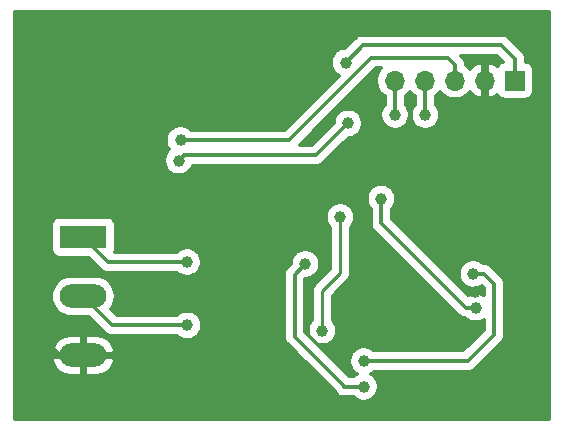
<source format=gbr>
%TF.GenerationSoftware,KiCad,Pcbnew,(5.1.12)-1*%
%TF.CreationDate,2022-08-23T18:30:33+03:00*%
%TF.ProjectId,pt100_Temp_comp,70743130-305f-4546-956d-705f636f6d70,rev?*%
%TF.SameCoordinates,Original*%
%TF.FileFunction,Copper,L2,Bot*%
%TF.FilePolarity,Positive*%
%FSLAX46Y46*%
G04 Gerber Fmt 4.6, Leading zero omitted, Abs format (unit mm)*
G04 Created by KiCad (PCBNEW (5.1.12)-1) date 2022-08-23 18:30:33*
%MOMM*%
%LPD*%
G01*
G04 APERTURE LIST*
%TA.AperFunction,ComponentPad*%
%ADD10R,3.960000X1.980000*%
%TD*%
%TA.AperFunction,ComponentPad*%
%ADD11O,3.960000X1.980000*%
%TD*%
%TA.AperFunction,ComponentPad*%
%ADD12R,1.700000X1.700000*%
%TD*%
%TA.AperFunction,ComponentPad*%
%ADD13O,1.700000X1.700000*%
%TD*%
%TA.AperFunction,ViaPad*%
%ADD14C,1.000000*%
%TD*%
%TA.AperFunction,Conductor*%
%ADD15C,0.300000*%
%TD*%
%TA.AperFunction,Conductor*%
%ADD16C,0.250000*%
%TD*%
%TA.AperFunction,Conductor*%
%ADD17C,0.100000*%
%TD*%
G04 APERTURE END LIST*
D10*
%TO.P,J1,1*%
%TO.N,Net-(C5-Pad2)*%
X82350000Y-48600000D03*
D11*
%TO.P,J1,2*%
%TO.N,Net-(C6-Pad2)*%
X82350000Y-53600000D03*
%TO.P,J1,3*%
%TO.N,GND*%
X82350000Y-58600000D03*
%TD*%
D12*
%TO.P,J2,1*%
%TO.N,5V*%
X118900000Y-35325000D03*
D13*
%TO.P,J2,2*%
%TO.N,GND*%
X116360000Y-35325000D03*
%TO.P,J2,3*%
%TO.N,V_REF*%
X113820000Y-35325000D03*
%TO.P,J2,4*%
%TO.N,ADC_REF*%
X111280000Y-35325000D03*
%TO.P,J2,5*%
%TO.N,ADC_VAL*%
X108740000Y-35325000D03*
%TD*%
D14*
%TO.N,GND*%
X111550000Y-42700000D03*
X104250000Y-56675000D03*
X99275000Y-36075000D03*
X92800000Y-43825000D03*
X115525000Y-53225000D03*
%TO.N,5V*%
X104550000Y-33800000D03*
%TO.N,Net-(C5-Pad2)*%
X101150000Y-50850000D03*
X91125000Y-50700000D03*
X106100000Y-61250000D03*
%TO.N,Current_Source*%
X104100000Y-46875000D03*
X102575000Y-56500000D03*
%TO.N,Net-(C6-Pad2)*%
X91150000Y-56050000D03*
%TO.N,V_REF*%
X90575000Y-40375000D03*
%TO.N,ADC_REF*%
X111300000Y-38250000D03*
%TO.N,ADC_VAL*%
X108750000Y-38225000D03*
%TO.N,Net-(R8-Pad1)*%
X115550000Y-54550000D03*
X107575000Y-45325000D03*
%TO.N,Net-(R9-Pad1)*%
X106100000Y-59075000D03*
X115375000Y-51700000D03*
%TO.N,Net-(R10-Pad1)*%
X104775000Y-38950000D03*
X90425000Y-42100000D03*
%TD*%
D15*
%TO.N,GND*%
X102400000Y-50300000D02*
X95925000Y-43825000D01*
X102400000Y-51325000D02*
X102400000Y-50300000D01*
X102025000Y-51700000D02*
X102400000Y-51325000D01*
X95925000Y-43825000D02*
X92800000Y-43825000D01*
X120900000Y-37325000D02*
X120650000Y-37575000D01*
X120650000Y-37575000D02*
X116975000Y-37575000D01*
X116360000Y-36960000D02*
X116360000Y-35325000D01*
X116975000Y-37575000D02*
X116360000Y-36960000D01*
X92800000Y-43825000D02*
X106775000Y-43825000D01*
X106775000Y-43825000D02*
X110925000Y-39675000D01*
X116360000Y-37240000D02*
X116360000Y-35325000D01*
X113925000Y-39675000D02*
X116360000Y-37240000D01*
X111550000Y-40250000D02*
X110975000Y-39675000D01*
X110975000Y-39675000D02*
X113925000Y-39675000D01*
X111550000Y-42700000D02*
X111550000Y-40250000D01*
X110925000Y-39675000D02*
X110975000Y-39675000D01*
X82350000Y-58600000D02*
X80325000Y-58600000D01*
X80325000Y-58600000D02*
X78925000Y-57200000D01*
X78925000Y-57200000D02*
X78925000Y-45050000D01*
X80150000Y-43825000D02*
X92800000Y-43825000D01*
X78925000Y-45050000D02*
X80150000Y-43825000D01*
X119925000Y-31450000D02*
X120900000Y-32425000D01*
X120900000Y-32425000D02*
X120900000Y-34100000D01*
X99275000Y-36075000D02*
X100025000Y-36075000D01*
X100025000Y-36075000D02*
X104650000Y-31450000D01*
X120900000Y-34100000D02*
X120900000Y-37325000D01*
X104650000Y-31450000D02*
X119925000Y-31450000D01*
X120900000Y-33900000D02*
X120900000Y-34100000D01*
X104250000Y-56675000D02*
X103175000Y-57750000D01*
X103175000Y-57750000D02*
X102250000Y-57750000D01*
X102250000Y-57750000D02*
X101250000Y-56750000D01*
X101250000Y-52475000D02*
X102025000Y-51700000D01*
X101250000Y-56750000D02*
X101250000Y-52475000D01*
%TO.N,5V*%
X118900000Y-33525000D02*
X118900000Y-35325000D01*
X117700000Y-32325000D02*
X118900000Y-33525000D01*
X106025000Y-32325000D02*
X117700000Y-32325000D01*
X104550000Y-33800000D02*
X106025000Y-32325000D01*
%TO.N,Net-(C5-Pad2)*%
X106100000Y-61250000D02*
X104425000Y-61250000D01*
X84450000Y-50700000D02*
X82350000Y-48600000D01*
X91125000Y-50700000D02*
X84450000Y-50700000D01*
X101150000Y-57900000D02*
X100250000Y-57000000D01*
X100250000Y-51750000D02*
X101150000Y-50850000D01*
X100250000Y-57000000D02*
X100250000Y-51750000D01*
X104425000Y-61175000D02*
X101150000Y-57900000D01*
D16*
X104425000Y-61250000D02*
X104425000Y-61175000D01*
%TO.N,Current_Source*%
X102575000Y-56500000D02*
X102575000Y-53175000D01*
X104100000Y-51650000D02*
X104100000Y-46875000D01*
X102575000Y-53175000D02*
X104100000Y-51650000D01*
D15*
%TO.N,Net-(C6-Pad2)*%
X84800000Y-56050000D02*
X82350000Y-53600000D01*
X91150000Y-56050000D02*
X84800000Y-56050000D01*
%TO.N,V_REF*%
X113820000Y-34020000D02*
X113820000Y-35325000D01*
X106725000Y-33400000D02*
X113200000Y-33400000D01*
X113200000Y-33400000D02*
X113820000Y-34020000D01*
X99750000Y-40375000D02*
X106725000Y-33400000D01*
X90575000Y-40375000D02*
X99750000Y-40375000D01*
%TO.N,ADC_REF*%
X111300000Y-35345000D02*
X111280000Y-35325000D01*
X111300000Y-38250000D02*
X111300000Y-35345000D01*
%TO.N,ADC_VAL*%
X108750000Y-35335000D02*
X108740000Y-35325000D01*
X108750000Y-38225000D02*
X108750000Y-35335000D01*
%TO.N,Net-(R8-Pad1)*%
X115550000Y-54550000D02*
X114725000Y-54550000D01*
X107575000Y-47400000D02*
X107575000Y-45325000D01*
X114725000Y-54550000D02*
X107575000Y-47400000D01*
%TO.N,Net-(R9-Pad1)*%
X116300000Y-51700000D02*
X115375000Y-51700000D01*
X117125000Y-52525000D02*
X116300000Y-51700000D01*
X117125000Y-56850000D02*
X117125000Y-52525000D01*
X114900000Y-59075000D02*
X117125000Y-56850000D01*
X106100000Y-59075000D02*
X114900000Y-59075000D01*
%TO.N,Net-(R10-Pad1)*%
X102075000Y-41650000D02*
X104775000Y-38950000D01*
X90875000Y-41650000D02*
X90425000Y-42100000D01*
X102075000Y-41650000D02*
X90875000Y-41650000D01*
%TD*%
%TO.N,GND*%
X121800001Y-63975000D02*
X76575000Y-63975000D01*
X76575000Y-59019336D01*
X79671286Y-59019336D01*
X79695047Y-59127287D01*
X79829907Y-59441972D01*
X80023568Y-59724300D01*
X80268587Y-59963422D01*
X80555549Y-60150148D01*
X80873425Y-60277303D01*
X81210000Y-60340000D01*
X82200000Y-60340000D01*
X82200000Y-58750000D01*
X82500000Y-58750000D01*
X82500000Y-60340000D01*
X83490000Y-60340000D01*
X83826575Y-60277303D01*
X84144451Y-60150148D01*
X84431413Y-59963422D01*
X84676432Y-59724300D01*
X84870093Y-59441972D01*
X85004953Y-59127287D01*
X85028714Y-59019336D01*
X84885237Y-58750000D01*
X82500000Y-58750000D01*
X82200000Y-58750000D01*
X79814763Y-58750000D01*
X79671286Y-59019336D01*
X76575000Y-59019336D01*
X76575000Y-58180664D01*
X79671286Y-58180664D01*
X79814763Y-58450000D01*
X82200000Y-58450000D01*
X82200000Y-56860000D01*
X82500000Y-56860000D01*
X82500000Y-58450000D01*
X84885237Y-58450000D01*
X85028714Y-58180664D01*
X85004953Y-58072713D01*
X84870093Y-57758028D01*
X84676432Y-57475700D01*
X84431413Y-57236578D01*
X84144451Y-57049852D01*
X83826575Y-56922697D01*
X83490000Y-56860000D01*
X82500000Y-56860000D01*
X82200000Y-56860000D01*
X81210000Y-56860000D01*
X80873425Y-56922697D01*
X80555549Y-57049852D01*
X80268587Y-57236578D01*
X80023568Y-57475700D01*
X79829907Y-57758028D01*
X79695047Y-58072713D01*
X79671286Y-58180664D01*
X76575000Y-58180664D01*
X76575000Y-53600000D01*
X79611581Y-53600000D01*
X79645176Y-53941100D01*
X79744671Y-54269091D01*
X79906243Y-54571370D01*
X80123681Y-54836319D01*
X80388630Y-55053757D01*
X80690909Y-55215329D01*
X81018900Y-55314824D01*
X81274519Y-55340000D01*
X82817208Y-55340000D01*
X84132347Y-56655140D01*
X84160525Y-56689475D01*
X84194860Y-56717653D01*
X84194862Y-56717655D01*
X84267010Y-56776865D01*
X84297568Y-56801943D01*
X84453919Y-56885514D01*
X84623569Y-56936977D01*
X84755793Y-56950000D01*
X84755795Y-56950000D01*
X84799999Y-56954354D01*
X84844203Y-56950000D01*
X90282234Y-56950000D01*
X90353172Y-57020938D01*
X90557903Y-57157735D01*
X90785389Y-57251963D01*
X91026886Y-57300000D01*
X91273114Y-57300000D01*
X91514611Y-57251963D01*
X91742097Y-57157735D01*
X91946828Y-57020938D01*
X92120938Y-56846828D01*
X92257735Y-56642097D01*
X92351963Y-56414611D01*
X92400000Y-56173114D01*
X92400000Y-55926886D01*
X92351963Y-55685389D01*
X92257735Y-55457903D01*
X92120938Y-55253172D01*
X91946828Y-55079062D01*
X91742097Y-54942265D01*
X91514611Y-54848037D01*
X91273114Y-54800000D01*
X91026886Y-54800000D01*
X90785389Y-54848037D01*
X90557903Y-54942265D01*
X90353172Y-55079062D01*
X90282234Y-55150000D01*
X85172793Y-55150000D01*
X84703789Y-54680996D01*
X84793757Y-54571370D01*
X84955329Y-54269091D01*
X85054824Y-53941100D01*
X85088419Y-53600000D01*
X85054824Y-53258900D01*
X84955329Y-52930909D01*
X84793757Y-52628630D01*
X84576319Y-52363681D01*
X84311370Y-52146243D01*
X84009091Y-51984671D01*
X83681100Y-51885176D01*
X83425481Y-51860000D01*
X81274519Y-51860000D01*
X81018900Y-51885176D01*
X80690909Y-51984671D01*
X80388630Y-52146243D01*
X80123681Y-52363681D01*
X79906243Y-52628630D01*
X79744671Y-52930909D01*
X79645176Y-53258900D01*
X79611581Y-53600000D01*
X76575000Y-53600000D01*
X76575000Y-47610000D01*
X79616372Y-47610000D01*
X79616372Y-49590000D01*
X79630853Y-49737026D01*
X79673739Y-49878401D01*
X79743381Y-50008693D01*
X79837105Y-50122895D01*
X79951307Y-50216619D01*
X80081599Y-50286261D01*
X80222974Y-50329147D01*
X80370000Y-50343628D01*
X82820836Y-50343628D01*
X83782343Y-51305135D01*
X83810525Y-51339475D01*
X83947568Y-51451943D01*
X84103919Y-51535514D01*
X84273569Y-51586977D01*
X84405793Y-51600000D01*
X84405802Y-51600000D01*
X84449999Y-51604353D01*
X84494196Y-51600000D01*
X90257234Y-51600000D01*
X90328172Y-51670938D01*
X90532903Y-51807735D01*
X90760389Y-51901963D01*
X91001886Y-51950000D01*
X91248114Y-51950000D01*
X91489611Y-51901963D01*
X91717097Y-51807735D01*
X91803503Y-51750000D01*
X99345646Y-51750000D01*
X99350001Y-51794216D01*
X99350000Y-56955793D01*
X99345646Y-57000000D01*
X99354717Y-57092097D01*
X99363023Y-57176430D01*
X99414486Y-57346080D01*
X99498057Y-57502431D01*
X99610525Y-57639475D01*
X99644865Y-57667657D01*
X100544862Y-58567655D01*
X100544868Y-58567660D01*
X103608085Y-61630877D01*
X103673057Y-61752432D01*
X103785525Y-61889475D01*
X103922568Y-62001943D01*
X104078919Y-62085514D01*
X104248569Y-62136977D01*
X104380793Y-62150000D01*
X105232234Y-62150000D01*
X105303172Y-62220938D01*
X105507903Y-62357735D01*
X105735389Y-62451963D01*
X105976886Y-62500000D01*
X106223114Y-62500000D01*
X106464611Y-62451963D01*
X106692097Y-62357735D01*
X106896828Y-62220938D01*
X107070938Y-62046828D01*
X107207735Y-61842097D01*
X107301963Y-61614611D01*
X107350000Y-61373114D01*
X107350000Y-61126886D01*
X107301963Y-60885389D01*
X107207735Y-60657903D01*
X107070938Y-60453172D01*
X106896828Y-60279062D01*
X106722381Y-60162500D01*
X106896828Y-60045938D01*
X106967766Y-59975000D01*
X114855794Y-59975000D01*
X114900000Y-59979354D01*
X114944206Y-59975000D01*
X114944207Y-59975000D01*
X115076431Y-59961977D01*
X115246081Y-59910514D01*
X115402432Y-59826943D01*
X115539475Y-59714475D01*
X115567657Y-59680135D01*
X117730141Y-57517652D01*
X117764475Y-57489475D01*
X117876943Y-57352432D01*
X117960514Y-57196081D01*
X118011977Y-57026431D01*
X118025000Y-56894207D01*
X118025000Y-56894205D01*
X118029354Y-56850001D01*
X118025000Y-56805797D01*
X118025000Y-52569203D01*
X118029354Y-52524999D01*
X118023179Y-52462305D01*
X118011977Y-52348569D01*
X117960514Y-52178919D01*
X117876943Y-52022568D01*
X117764475Y-51885525D01*
X117730140Y-51857347D01*
X116967657Y-51094865D01*
X116939475Y-51060525D01*
X116802432Y-50948057D01*
X116646081Y-50864486D01*
X116476431Y-50813023D01*
X116344207Y-50800000D01*
X116344206Y-50800000D01*
X116300000Y-50795646D01*
X116255794Y-50800000D01*
X116242766Y-50800000D01*
X116171828Y-50729062D01*
X115967097Y-50592265D01*
X115739611Y-50498037D01*
X115498114Y-50450000D01*
X115251886Y-50450000D01*
X115010389Y-50498037D01*
X114782903Y-50592265D01*
X114578172Y-50729062D01*
X114404062Y-50903172D01*
X114267265Y-51107903D01*
X114173037Y-51335389D01*
X114125000Y-51576886D01*
X114125000Y-51823114D01*
X114173037Y-52064611D01*
X114267265Y-52292097D01*
X114404062Y-52496828D01*
X114578172Y-52670938D01*
X114782903Y-52807735D01*
X115010389Y-52901963D01*
X115251886Y-52950000D01*
X115498114Y-52950000D01*
X115739611Y-52901963D01*
X115967097Y-52807735D01*
X116067713Y-52740505D01*
X116225001Y-52897794D01*
X116225001Y-53497660D01*
X116142097Y-53442265D01*
X115914611Y-53348037D01*
X115673114Y-53300000D01*
X115426886Y-53300000D01*
X115185389Y-53348037D01*
X114957903Y-53442265D01*
X114917233Y-53469440D01*
X108475000Y-47027208D01*
X108475000Y-46192766D01*
X108545938Y-46121828D01*
X108682735Y-45917097D01*
X108776963Y-45689611D01*
X108825000Y-45448114D01*
X108825000Y-45201886D01*
X108776963Y-44960389D01*
X108682735Y-44732903D01*
X108545938Y-44528172D01*
X108371828Y-44354062D01*
X108167097Y-44217265D01*
X107939611Y-44123037D01*
X107698114Y-44075000D01*
X107451886Y-44075000D01*
X107210389Y-44123037D01*
X106982903Y-44217265D01*
X106778172Y-44354062D01*
X106604062Y-44528172D01*
X106467265Y-44732903D01*
X106373037Y-44960389D01*
X106325000Y-45201886D01*
X106325000Y-45448114D01*
X106373037Y-45689611D01*
X106467265Y-45917097D01*
X106604062Y-46121828D01*
X106675001Y-46192767D01*
X106675000Y-47355793D01*
X106670646Y-47400000D01*
X106675000Y-47444206D01*
X106688023Y-47576430D01*
X106739486Y-47746080D01*
X106823057Y-47902431D01*
X106935525Y-48039475D01*
X106969865Y-48067657D01*
X114057347Y-55155140D01*
X114085525Y-55189475D01*
X114119860Y-55217653D01*
X114119862Y-55217655D01*
X114217833Y-55298057D01*
X114222568Y-55301943D01*
X114378919Y-55385514D01*
X114548569Y-55436977D01*
X114682391Y-55450157D01*
X114753172Y-55520938D01*
X114957903Y-55657735D01*
X115185389Y-55751963D01*
X115426886Y-55800000D01*
X115673114Y-55800000D01*
X115914611Y-55751963D01*
X116142097Y-55657735D01*
X116225000Y-55602341D01*
X116225000Y-56477207D01*
X114527208Y-58175000D01*
X106967766Y-58175000D01*
X106896828Y-58104062D01*
X106692097Y-57967265D01*
X106464611Y-57873037D01*
X106223114Y-57825000D01*
X105976886Y-57825000D01*
X105735389Y-57873037D01*
X105507903Y-57967265D01*
X105303172Y-58104062D01*
X105129062Y-58278172D01*
X104992265Y-58482903D01*
X104898037Y-58710389D01*
X104850000Y-58951886D01*
X104850000Y-59198114D01*
X104898037Y-59439611D01*
X104992265Y-59667097D01*
X105129062Y-59871828D01*
X105303172Y-60045938D01*
X105477619Y-60162500D01*
X105303172Y-60279062D01*
X105232234Y-60350000D01*
X104872792Y-60350000D01*
X102228322Y-57705530D01*
X102451886Y-57750000D01*
X102698114Y-57750000D01*
X102939611Y-57701963D01*
X103167097Y-57607735D01*
X103371828Y-57470938D01*
X103545938Y-57296828D01*
X103682735Y-57092097D01*
X103776963Y-56864611D01*
X103825000Y-56623114D01*
X103825000Y-56376886D01*
X103776963Y-56135389D01*
X103682735Y-55907903D01*
X103545938Y-55703172D01*
X103450000Y-55607234D01*
X103450000Y-53537436D01*
X104688326Y-52299111D01*
X104721712Y-52271712D01*
X104831056Y-52138476D01*
X104912305Y-51986468D01*
X104962339Y-51821530D01*
X104975000Y-51692979D01*
X104975000Y-51692978D01*
X104979233Y-51650000D01*
X104975000Y-51607021D01*
X104975000Y-47767766D01*
X105070938Y-47671828D01*
X105207735Y-47467097D01*
X105301963Y-47239611D01*
X105350000Y-46998114D01*
X105350000Y-46751886D01*
X105301963Y-46510389D01*
X105207735Y-46282903D01*
X105070938Y-46078172D01*
X104896828Y-45904062D01*
X104692097Y-45767265D01*
X104464611Y-45673037D01*
X104223114Y-45625000D01*
X103976886Y-45625000D01*
X103735389Y-45673037D01*
X103507903Y-45767265D01*
X103303172Y-45904062D01*
X103129062Y-46078172D01*
X102992265Y-46282903D01*
X102898037Y-46510389D01*
X102850000Y-46751886D01*
X102850000Y-46998114D01*
X102898037Y-47239611D01*
X102992265Y-47467097D01*
X103129062Y-47671828D01*
X103225001Y-47767767D01*
X103225000Y-51287563D01*
X101986676Y-52525888D01*
X101953289Y-52553288D01*
X101843945Y-52686524D01*
X101802273Y-52764487D01*
X101762695Y-52838533D01*
X101712661Y-53003471D01*
X101695767Y-53175000D01*
X101700001Y-53217989D01*
X101700000Y-55607234D01*
X101604062Y-55703172D01*
X101467265Y-55907903D01*
X101373037Y-56135389D01*
X101325000Y-56376886D01*
X101325000Y-56623114D01*
X101369470Y-56846677D01*
X101150000Y-56627208D01*
X101150000Y-52122792D01*
X101172792Y-52100000D01*
X101273114Y-52100000D01*
X101514611Y-52051963D01*
X101742097Y-51957735D01*
X101946828Y-51820938D01*
X102120938Y-51646828D01*
X102257735Y-51442097D01*
X102351963Y-51214611D01*
X102400000Y-50973114D01*
X102400000Y-50726886D01*
X102351963Y-50485389D01*
X102257735Y-50257903D01*
X102120938Y-50053172D01*
X101946828Y-49879062D01*
X101742097Y-49742265D01*
X101514611Y-49648037D01*
X101273114Y-49600000D01*
X101026886Y-49600000D01*
X100785389Y-49648037D01*
X100557903Y-49742265D01*
X100353172Y-49879062D01*
X100179062Y-50053172D01*
X100042265Y-50257903D01*
X99948037Y-50485389D01*
X99900000Y-50726886D01*
X99900000Y-50827208D01*
X99644860Y-51082348D01*
X99610526Y-51110525D01*
X99582348Y-51144860D01*
X99582345Y-51144863D01*
X99498057Y-51247569D01*
X99414487Y-51403919D01*
X99363023Y-51573570D01*
X99345646Y-51750000D01*
X91803503Y-51750000D01*
X91921828Y-51670938D01*
X92095938Y-51496828D01*
X92232735Y-51292097D01*
X92326963Y-51064611D01*
X92375000Y-50823114D01*
X92375000Y-50576886D01*
X92326963Y-50335389D01*
X92232735Y-50107903D01*
X92095938Y-49903172D01*
X91921828Y-49729062D01*
X91717097Y-49592265D01*
X91489611Y-49498037D01*
X91248114Y-49450000D01*
X91001886Y-49450000D01*
X90760389Y-49498037D01*
X90532903Y-49592265D01*
X90328172Y-49729062D01*
X90257234Y-49800000D01*
X85050044Y-49800000D01*
X85069147Y-49737026D01*
X85083628Y-49590000D01*
X85083628Y-47610000D01*
X85069147Y-47462974D01*
X85026261Y-47321599D01*
X84956619Y-47191307D01*
X84862895Y-47077105D01*
X84748693Y-46983381D01*
X84618401Y-46913739D01*
X84477026Y-46870853D01*
X84330000Y-46856372D01*
X80370000Y-46856372D01*
X80222974Y-46870853D01*
X80081599Y-46913739D01*
X79951307Y-46983381D01*
X79837105Y-47077105D01*
X79743381Y-47191307D01*
X79673739Y-47321599D01*
X79630853Y-47462974D01*
X79616372Y-47610000D01*
X76575000Y-47610000D01*
X76575000Y-41976886D01*
X89175000Y-41976886D01*
X89175000Y-42223114D01*
X89223037Y-42464611D01*
X89317265Y-42692097D01*
X89454062Y-42896828D01*
X89628172Y-43070938D01*
X89832903Y-43207735D01*
X90060389Y-43301963D01*
X90301886Y-43350000D01*
X90548114Y-43350000D01*
X90789611Y-43301963D01*
X91017097Y-43207735D01*
X91221828Y-43070938D01*
X91395938Y-42896828D01*
X91532735Y-42692097D01*
X91591594Y-42550000D01*
X102030794Y-42550000D01*
X102075000Y-42554354D01*
X102119206Y-42550000D01*
X102119207Y-42550000D01*
X102251431Y-42536977D01*
X102421081Y-42485514D01*
X102577432Y-42401943D01*
X102714475Y-42289475D01*
X102742657Y-42255135D01*
X104797792Y-40200000D01*
X104898114Y-40200000D01*
X105139611Y-40151963D01*
X105367097Y-40057735D01*
X105571828Y-39920938D01*
X105745938Y-39746828D01*
X105882735Y-39542097D01*
X105976963Y-39314611D01*
X106025000Y-39073114D01*
X106025000Y-38826886D01*
X105976963Y-38585389D01*
X105882735Y-38357903D01*
X105745938Y-38153172D01*
X105571828Y-37979062D01*
X105367097Y-37842265D01*
X105139611Y-37748037D01*
X104898114Y-37700000D01*
X104651886Y-37700000D01*
X104410389Y-37748037D01*
X104182903Y-37842265D01*
X103978172Y-37979062D01*
X103804062Y-38153172D01*
X103667265Y-38357903D01*
X103573037Y-38585389D01*
X103525000Y-38826886D01*
X103525000Y-38927208D01*
X101702208Y-40750000D01*
X100647792Y-40750000D01*
X107097792Y-34300000D01*
X107502258Y-34300000D01*
X107497199Y-34305059D01*
X107322098Y-34567116D01*
X107201487Y-34858297D01*
X107140000Y-35167414D01*
X107140000Y-35482586D01*
X107201487Y-35791703D01*
X107322098Y-36082884D01*
X107497199Y-36344941D01*
X107720059Y-36567801D01*
X107850001Y-36654625D01*
X107850000Y-37357234D01*
X107779062Y-37428172D01*
X107642265Y-37632903D01*
X107548037Y-37860389D01*
X107500000Y-38101886D01*
X107500000Y-38348114D01*
X107548037Y-38589611D01*
X107642265Y-38817097D01*
X107779062Y-39021828D01*
X107953172Y-39195938D01*
X108157903Y-39332735D01*
X108385389Y-39426963D01*
X108626886Y-39475000D01*
X108873114Y-39475000D01*
X109114611Y-39426963D01*
X109342097Y-39332735D01*
X109546828Y-39195938D01*
X109720938Y-39021828D01*
X109857735Y-38817097D01*
X109951963Y-38589611D01*
X110000000Y-38348114D01*
X110000000Y-38101886D01*
X109951963Y-37860389D01*
X109857735Y-37632903D01*
X109720938Y-37428172D01*
X109650000Y-37357234D01*
X109650000Y-36641261D01*
X109759941Y-36567801D01*
X109982801Y-36344941D01*
X110010000Y-36304235D01*
X110037199Y-36344941D01*
X110260059Y-36567801D01*
X110400001Y-36661307D01*
X110400000Y-37382234D01*
X110329062Y-37453172D01*
X110192265Y-37657903D01*
X110098037Y-37885389D01*
X110050000Y-38126886D01*
X110050000Y-38373114D01*
X110098037Y-38614611D01*
X110192265Y-38842097D01*
X110329062Y-39046828D01*
X110503172Y-39220938D01*
X110707903Y-39357735D01*
X110935389Y-39451963D01*
X111176886Y-39500000D01*
X111423114Y-39500000D01*
X111664611Y-39451963D01*
X111892097Y-39357735D01*
X112096828Y-39220938D01*
X112270938Y-39046828D01*
X112407735Y-38842097D01*
X112501963Y-38614611D01*
X112550000Y-38373114D01*
X112550000Y-38126886D01*
X112501963Y-37885389D01*
X112407735Y-37657903D01*
X112270938Y-37453172D01*
X112200000Y-37382234D01*
X112200000Y-36634579D01*
X112299941Y-36567801D01*
X112522801Y-36344941D01*
X112550000Y-36304235D01*
X112577199Y-36344941D01*
X112800059Y-36567801D01*
X113062116Y-36742902D01*
X113353297Y-36863513D01*
X113662414Y-36925000D01*
X113977586Y-36925000D01*
X114286703Y-36863513D01*
X114577884Y-36742902D01*
X114839941Y-36567801D01*
X115062801Y-36344941D01*
X115093198Y-36299448D01*
X115292075Y-36516450D01*
X115545035Y-36701898D01*
X115829314Y-36834433D01*
X115962654Y-36874876D01*
X116210000Y-36729513D01*
X116210000Y-35475000D01*
X116190000Y-35475000D01*
X116190000Y-35175000D01*
X116210000Y-35175000D01*
X116210000Y-33920487D01*
X115962654Y-33775124D01*
X115829314Y-33815567D01*
X115545035Y-33948102D01*
X115292075Y-34133550D01*
X115093198Y-34350552D01*
X115062801Y-34305059D01*
X114839941Y-34082199D01*
X114722768Y-34003906D01*
X114720000Y-33975802D01*
X114720000Y-33975793D01*
X114706977Y-33843569D01*
X114655514Y-33673919D01*
X114571943Y-33517568D01*
X114459475Y-33380525D01*
X114425136Y-33352344D01*
X114297792Y-33225000D01*
X117327208Y-33225000D01*
X117853169Y-33750961D01*
X117761599Y-33778739D01*
X117631307Y-33848381D01*
X117517105Y-33942105D01*
X117423381Y-34056307D01*
X117394997Y-34109410D01*
X117174965Y-33948102D01*
X116890686Y-33815567D01*
X116757346Y-33775124D01*
X116510000Y-33920487D01*
X116510000Y-35175000D01*
X116530000Y-35175000D01*
X116530000Y-35475000D01*
X116510000Y-35475000D01*
X116510000Y-36729513D01*
X116757346Y-36874876D01*
X116890686Y-36834433D01*
X117174965Y-36701898D01*
X117394997Y-36540590D01*
X117423381Y-36593693D01*
X117517105Y-36707895D01*
X117631307Y-36801619D01*
X117761599Y-36871261D01*
X117902974Y-36914147D01*
X118050000Y-36928628D01*
X119750000Y-36928628D01*
X119897026Y-36914147D01*
X120038401Y-36871261D01*
X120168693Y-36801619D01*
X120282895Y-36707895D01*
X120376619Y-36593693D01*
X120446261Y-36463401D01*
X120489147Y-36322026D01*
X120503628Y-36175000D01*
X120503628Y-34475000D01*
X120489147Y-34327974D01*
X120446261Y-34186599D01*
X120376619Y-34056307D01*
X120282895Y-33942105D01*
X120168693Y-33848381D01*
X120038401Y-33778739D01*
X119897026Y-33735853D01*
X119800000Y-33726297D01*
X119800000Y-33569203D01*
X119804354Y-33524999D01*
X119793506Y-33414862D01*
X119786977Y-33348569D01*
X119735514Y-33178919D01*
X119651943Y-33022568D01*
X119539475Y-32885525D01*
X119505136Y-32857344D01*
X118367657Y-31719865D01*
X118339475Y-31685525D01*
X118202432Y-31573057D01*
X118046081Y-31489486D01*
X117876431Y-31438023D01*
X117744207Y-31425000D01*
X117744206Y-31425000D01*
X117700000Y-31420646D01*
X117655794Y-31425000D01*
X106069206Y-31425000D01*
X106024999Y-31420646D01*
X105980793Y-31425000D01*
X105848569Y-31438023D01*
X105678919Y-31489486D01*
X105522568Y-31573057D01*
X105419862Y-31657345D01*
X105419860Y-31657347D01*
X105385525Y-31685525D01*
X105357347Y-31719860D01*
X104527208Y-32550000D01*
X104426886Y-32550000D01*
X104185389Y-32598037D01*
X103957903Y-32692265D01*
X103753172Y-32829062D01*
X103579062Y-33003172D01*
X103442265Y-33207903D01*
X103348037Y-33435389D01*
X103300000Y-33676886D01*
X103300000Y-33923114D01*
X103348037Y-34164611D01*
X103442265Y-34392097D01*
X103579062Y-34596828D01*
X103753172Y-34770938D01*
X103949852Y-34902356D01*
X99377208Y-39475000D01*
X91442766Y-39475000D01*
X91371828Y-39404062D01*
X91167097Y-39267265D01*
X90939611Y-39173037D01*
X90698114Y-39125000D01*
X90451886Y-39125000D01*
X90210389Y-39173037D01*
X89982903Y-39267265D01*
X89778172Y-39404062D01*
X89604062Y-39578172D01*
X89467265Y-39782903D01*
X89373037Y-40010389D01*
X89325000Y-40251886D01*
X89325000Y-40498114D01*
X89373037Y-40739611D01*
X89467265Y-40967097D01*
X89596589Y-41160645D01*
X89454062Y-41303172D01*
X89317265Y-41507903D01*
X89223037Y-41735389D01*
X89175000Y-41976886D01*
X76575000Y-41976886D01*
X76575000Y-29500000D01*
X121800000Y-29500000D01*
X121800001Y-63975000D01*
%TA.AperFunction,Conductor*%
D17*
G36*
X121800001Y-63975000D02*
G01*
X76575000Y-63975000D01*
X76575000Y-59019336D01*
X79671286Y-59019336D01*
X79695047Y-59127287D01*
X79829907Y-59441972D01*
X80023568Y-59724300D01*
X80268587Y-59963422D01*
X80555549Y-60150148D01*
X80873425Y-60277303D01*
X81210000Y-60340000D01*
X82200000Y-60340000D01*
X82200000Y-58750000D01*
X82500000Y-58750000D01*
X82500000Y-60340000D01*
X83490000Y-60340000D01*
X83826575Y-60277303D01*
X84144451Y-60150148D01*
X84431413Y-59963422D01*
X84676432Y-59724300D01*
X84870093Y-59441972D01*
X85004953Y-59127287D01*
X85028714Y-59019336D01*
X84885237Y-58750000D01*
X82500000Y-58750000D01*
X82200000Y-58750000D01*
X79814763Y-58750000D01*
X79671286Y-59019336D01*
X76575000Y-59019336D01*
X76575000Y-58180664D01*
X79671286Y-58180664D01*
X79814763Y-58450000D01*
X82200000Y-58450000D01*
X82200000Y-56860000D01*
X82500000Y-56860000D01*
X82500000Y-58450000D01*
X84885237Y-58450000D01*
X85028714Y-58180664D01*
X85004953Y-58072713D01*
X84870093Y-57758028D01*
X84676432Y-57475700D01*
X84431413Y-57236578D01*
X84144451Y-57049852D01*
X83826575Y-56922697D01*
X83490000Y-56860000D01*
X82500000Y-56860000D01*
X82200000Y-56860000D01*
X81210000Y-56860000D01*
X80873425Y-56922697D01*
X80555549Y-57049852D01*
X80268587Y-57236578D01*
X80023568Y-57475700D01*
X79829907Y-57758028D01*
X79695047Y-58072713D01*
X79671286Y-58180664D01*
X76575000Y-58180664D01*
X76575000Y-53600000D01*
X79611581Y-53600000D01*
X79645176Y-53941100D01*
X79744671Y-54269091D01*
X79906243Y-54571370D01*
X80123681Y-54836319D01*
X80388630Y-55053757D01*
X80690909Y-55215329D01*
X81018900Y-55314824D01*
X81274519Y-55340000D01*
X82817208Y-55340000D01*
X84132347Y-56655140D01*
X84160525Y-56689475D01*
X84194860Y-56717653D01*
X84194862Y-56717655D01*
X84267010Y-56776865D01*
X84297568Y-56801943D01*
X84453919Y-56885514D01*
X84623569Y-56936977D01*
X84755793Y-56950000D01*
X84755795Y-56950000D01*
X84799999Y-56954354D01*
X84844203Y-56950000D01*
X90282234Y-56950000D01*
X90353172Y-57020938D01*
X90557903Y-57157735D01*
X90785389Y-57251963D01*
X91026886Y-57300000D01*
X91273114Y-57300000D01*
X91514611Y-57251963D01*
X91742097Y-57157735D01*
X91946828Y-57020938D01*
X92120938Y-56846828D01*
X92257735Y-56642097D01*
X92351963Y-56414611D01*
X92400000Y-56173114D01*
X92400000Y-55926886D01*
X92351963Y-55685389D01*
X92257735Y-55457903D01*
X92120938Y-55253172D01*
X91946828Y-55079062D01*
X91742097Y-54942265D01*
X91514611Y-54848037D01*
X91273114Y-54800000D01*
X91026886Y-54800000D01*
X90785389Y-54848037D01*
X90557903Y-54942265D01*
X90353172Y-55079062D01*
X90282234Y-55150000D01*
X85172793Y-55150000D01*
X84703789Y-54680996D01*
X84793757Y-54571370D01*
X84955329Y-54269091D01*
X85054824Y-53941100D01*
X85088419Y-53600000D01*
X85054824Y-53258900D01*
X84955329Y-52930909D01*
X84793757Y-52628630D01*
X84576319Y-52363681D01*
X84311370Y-52146243D01*
X84009091Y-51984671D01*
X83681100Y-51885176D01*
X83425481Y-51860000D01*
X81274519Y-51860000D01*
X81018900Y-51885176D01*
X80690909Y-51984671D01*
X80388630Y-52146243D01*
X80123681Y-52363681D01*
X79906243Y-52628630D01*
X79744671Y-52930909D01*
X79645176Y-53258900D01*
X79611581Y-53600000D01*
X76575000Y-53600000D01*
X76575000Y-47610000D01*
X79616372Y-47610000D01*
X79616372Y-49590000D01*
X79630853Y-49737026D01*
X79673739Y-49878401D01*
X79743381Y-50008693D01*
X79837105Y-50122895D01*
X79951307Y-50216619D01*
X80081599Y-50286261D01*
X80222974Y-50329147D01*
X80370000Y-50343628D01*
X82820836Y-50343628D01*
X83782343Y-51305135D01*
X83810525Y-51339475D01*
X83947568Y-51451943D01*
X84103919Y-51535514D01*
X84273569Y-51586977D01*
X84405793Y-51600000D01*
X84405802Y-51600000D01*
X84449999Y-51604353D01*
X84494196Y-51600000D01*
X90257234Y-51600000D01*
X90328172Y-51670938D01*
X90532903Y-51807735D01*
X90760389Y-51901963D01*
X91001886Y-51950000D01*
X91248114Y-51950000D01*
X91489611Y-51901963D01*
X91717097Y-51807735D01*
X91803503Y-51750000D01*
X99345646Y-51750000D01*
X99350001Y-51794216D01*
X99350000Y-56955793D01*
X99345646Y-57000000D01*
X99354717Y-57092097D01*
X99363023Y-57176430D01*
X99414486Y-57346080D01*
X99498057Y-57502431D01*
X99610525Y-57639475D01*
X99644865Y-57667657D01*
X100544862Y-58567655D01*
X100544868Y-58567660D01*
X103608085Y-61630877D01*
X103673057Y-61752432D01*
X103785525Y-61889475D01*
X103922568Y-62001943D01*
X104078919Y-62085514D01*
X104248569Y-62136977D01*
X104380793Y-62150000D01*
X105232234Y-62150000D01*
X105303172Y-62220938D01*
X105507903Y-62357735D01*
X105735389Y-62451963D01*
X105976886Y-62500000D01*
X106223114Y-62500000D01*
X106464611Y-62451963D01*
X106692097Y-62357735D01*
X106896828Y-62220938D01*
X107070938Y-62046828D01*
X107207735Y-61842097D01*
X107301963Y-61614611D01*
X107350000Y-61373114D01*
X107350000Y-61126886D01*
X107301963Y-60885389D01*
X107207735Y-60657903D01*
X107070938Y-60453172D01*
X106896828Y-60279062D01*
X106722381Y-60162500D01*
X106896828Y-60045938D01*
X106967766Y-59975000D01*
X114855794Y-59975000D01*
X114900000Y-59979354D01*
X114944206Y-59975000D01*
X114944207Y-59975000D01*
X115076431Y-59961977D01*
X115246081Y-59910514D01*
X115402432Y-59826943D01*
X115539475Y-59714475D01*
X115567657Y-59680135D01*
X117730141Y-57517652D01*
X117764475Y-57489475D01*
X117876943Y-57352432D01*
X117960514Y-57196081D01*
X118011977Y-57026431D01*
X118025000Y-56894207D01*
X118025000Y-56894205D01*
X118029354Y-56850001D01*
X118025000Y-56805797D01*
X118025000Y-52569203D01*
X118029354Y-52524999D01*
X118023179Y-52462305D01*
X118011977Y-52348569D01*
X117960514Y-52178919D01*
X117876943Y-52022568D01*
X117764475Y-51885525D01*
X117730140Y-51857347D01*
X116967657Y-51094865D01*
X116939475Y-51060525D01*
X116802432Y-50948057D01*
X116646081Y-50864486D01*
X116476431Y-50813023D01*
X116344207Y-50800000D01*
X116344206Y-50800000D01*
X116300000Y-50795646D01*
X116255794Y-50800000D01*
X116242766Y-50800000D01*
X116171828Y-50729062D01*
X115967097Y-50592265D01*
X115739611Y-50498037D01*
X115498114Y-50450000D01*
X115251886Y-50450000D01*
X115010389Y-50498037D01*
X114782903Y-50592265D01*
X114578172Y-50729062D01*
X114404062Y-50903172D01*
X114267265Y-51107903D01*
X114173037Y-51335389D01*
X114125000Y-51576886D01*
X114125000Y-51823114D01*
X114173037Y-52064611D01*
X114267265Y-52292097D01*
X114404062Y-52496828D01*
X114578172Y-52670938D01*
X114782903Y-52807735D01*
X115010389Y-52901963D01*
X115251886Y-52950000D01*
X115498114Y-52950000D01*
X115739611Y-52901963D01*
X115967097Y-52807735D01*
X116067713Y-52740505D01*
X116225001Y-52897794D01*
X116225001Y-53497660D01*
X116142097Y-53442265D01*
X115914611Y-53348037D01*
X115673114Y-53300000D01*
X115426886Y-53300000D01*
X115185389Y-53348037D01*
X114957903Y-53442265D01*
X114917233Y-53469440D01*
X108475000Y-47027208D01*
X108475000Y-46192766D01*
X108545938Y-46121828D01*
X108682735Y-45917097D01*
X108776963Y-45689611D01*
X108825000Y-45448114D01*
X108825000Y-45201886D01*
X108776963Y-44960389D01*
X108682735Y-44732903D01*
X108545938Y-44528172D01*
X108371828Y-44354062D01*
X108167097Y-44217265D01*
X107939611Y-44123037D01*
X107698114Y-44075000D01*
X107451886Y-44075000D01*
X107210389Y-44123037D01*
X106982903Y-44217265D01*
X106778172Y-44354062D01*
X106604062Y-44528172D01*
X106467265Y-44732903D01*
X106373037Y-44960389D01*
X106325000Y-45201886D01*
X106325000Y-45448114D01*
X106373037Y-45689611D01*
X106467265Y-45917097D01*
X106604062Y-46121828D01*
X106675001Y-46192767D01*
X106675000Y-47355793D01*
X106670646Y-47400000D01*
X106675000Y-47444206D01*
X106688023Y-47576430D01*
X106739486Y-47746080D01*
X106823057Y-47902431D01*
X106935525Y-48039475D01*
X106969865Y-48067657D01*
X114057347Y-55155140D01*
X114085525Y-55189475D01*
X114119860Y-55217653D01*
X114119862Y-55217655D01*
X114217833Y-55298057D01*
X114222568Y-55301943D01*
X114378919Y-55385514D01*
X114548569Y-55436977D01*
X114682391Y-55450157D01*
X114753172Y-55520938D01*
X114957903Y-55657735D01*
X115185389Y-55751963D01*
X115426886Y-55800000D01*
X115673114Y-55800000D01*
X115914611Y-55751963D01*
X116142097Y-55657735D01*
X116225000Y-55602341D01*
X116225000Y-56477207D01*
X114527208Y-58175000D01*
X106967766Y-58175000D01*
X106896828Y-58104062D01*
X106692097Y-57967265D01*
X106464611Y-57873037D01*
X106223114Y-57825000D01*
X105976886Y-57825000D01*
X105735389Y-57873037D01*
X105507903Y-57967265D01*
X105303172Y-58104062D01*
X105129062Y-58278172D01*
X104992265Y-58482903D01*
X104898037Y-58710389D01*
X104850000Y-58951886D01*
X104850000Y-59198114D01*
X104898037Y-59439611D01*
X104992265Y-59667097D01*
X105129062Y-59871828D01*
X105303172Y-60045938D01*
X105477619Y-60162500D01*
X105303172Y-60279062D01*
X105232234Y-60350000D01*
X104872792Y-60350000D01*
X102228322Y-57705530D01*
X102451886Y-57750000D01*
X102698114Y-57750000D01*
X102939611Y-57701963D01*
X103167097Y-57607735D01*
X103371828Y-57470938D01*
X103545938Y-57296828D01*
X103682735Y-57092097D01*
X103776963Y-56864611D01*
X103825000Y-56623114D01*
X103825000Y-56376886D01*
X103776963Y-56135389D01*
X103682735Y-55907903D01*
X103545938Y-55703172D01*
X103450000Y-55607234D01*
X103450000Y-53537436D01*
X104688326Y-52299111D01*
X104721712Y-52271712D01*
X104831056Y-52138476D01*
X104912305Y-51986468D01*
X104962339Y-51821530D01*
X104975000Y-51692979D01*
X104975000Y-51692978D01*
X104979233Y-51650000D01*
X104975000Y-51607021D01*
X104975000Y-47767766D01*
X105070938Y-47671828D01*
X105207735Y-47467097D01*
X105301963Y-47239611D01*
X105350000Y-46998114D01*
X105350000Y-46751886D01*
X105301963Y-46510389D01*
X105207735Y-46282903D01*
X105070938Y-46078172D01*
X104896828Y-45904062D01*
X104692097Y-45767265D01*
X104464611Y-45673037D01*
X104223114Y-45625000D01*
X103976886Y-45625000D01*
X103735389Y-45673037D01*
X103507903Y-45767265D01*
X103303172Y-45904062D01*
X103129062Y-46078172D01*
X102992265Y-46282903D01*
X102898037Y-46510389D01*
X102850000Y-46751886D01*
X102850000Y-46998114D01*
X102898037Y-47239611D01*
X102992265Y-47467097D01*
X103129062Y-47671828D01*
X103225001Y-47767767D01*
X103225000Y-51287563D01*
X101986676Y-52525888D01*
X101953289Y-52553288D01*
X101843945Y-52686524D01*
X101802273Y-52764487D01*
X101762695Y-52838533D01*
X101712661Y-53003471D01*
X101695767Y-53175000D01*
X101700001Y-53217989D01*
X101700000Y-55607234D01*
X101604062Y-55703172D01*
X101467265Y-55907903D01*
X101373037Y-56135389D01*
X101325000Y-56376886D01*
X101325000Y-56623114D01*
X101369470Y-56846677D01*
X101150000Y-56627208D01*
X101150000Y-52122792D01*
X101172792Y-52100000D01*
X101273114Y-52100000D01*
X101514611Y-52051963D01*
X101742097Y-51957735D01*
X101946828Y-51820938D01*
X102120938Y-51646828D01*
X102257735Y-51442097D01*
X102351963Y-51214611D01*
X102400000Y-50973114D01*
X102400000Y-50726886D01*
X102351963Y-50485389D01*
X102257735Y-50257903D01*
X102120938Y-50053172D01*
X101946828Y-49879062D01*
X101742097Y-49742265D01*
X101514611Y-49648037D01*
X101273114Y-49600000D01*
X101026886Y-49600000D01*
X100785389Y-49648037D01*
X100557903Y-49742265D01*
X100353172Y-49879062D01*
X100179062Y-50053172D01*
X100042265Y-50257903D01*
X99948037Y-50485389D01*
X99900000Y-50726886D01*
X99900000Y-50827208D01*
X99644860Y-51082348D01*
X99610526Y-51110525D01*
X99582348Y-51144860D01*
X99582345Y-51144863D01*
X99498057Y-51247569D01*
X99414487Y-51403919D01*
X99363023Y-51573570D01*
X99345646Y-51750000D01*
X91803503Y-51750000D01*
X91921828Y-51670938D01*
X92095938Y-51496828D01*
X92232735Y-51292097D01*
X92326963Y-51064611D01*
X92375000Y-50823114D01*
X92375000Y-50576886D01*
X92326963Y-50335389D01*
X92232735Y-50107903D01*
X92095938Y-49903172D01*
X91921828Y-49729062D01*
X91717097Y-49592265D01*
X91489611Y-49498037D01*
X91248114Y-49450000D01*
X91001886Y-49450000D01*
X90760389Y-49498037D01*
X90532903Y-49592265D01*
X90328172Y-49729062D01*
X90257234Y-49800000D01*
X85050044Y-49800000D01*
X85069147Y-49737026D01*
X85083628Y-49590000D01*
X85083628Y-47610000D01*
X85069147Y-47462974D01*
X85026261Y-47321599D01*
X84956619Y-47191307D01*
X84862895Y-47077105D01*
X84748693Y-46983381D01*
X84618401Y-46913739D01*
X84477026Y-46870853D01*
X84330000Y-46856372D01*
X80370000Y-46856372D01*
X80222974Y-46870853D01*
X80081599Y-46913739D01*
X79951307Y-46983381D01*
X79837105Y-47077105D01*
X79743381Y-47191307D01*
X79673739Y-47321599D01*
X79630853Y-47462974D01*
X79616372Y-47610000D01*
X76575000Y-47610000D01*
X76575000Y-41976886D01*
X89175000Y-41976886D01*
X89175000Y-42223114D01*
X89223037Y-42464611D01*
X89317265Y-42692097D01*
X89454062Y-42896828D01*
X89628172Y-43070938D01*
X89832903Y-43207735D01*
X90060389Y-43301963D01*
X90301886Y-43350000D01*
X90548114Y-43350000D01*
X90789611Y-43301963D01*
X91017097Y-43207735D01*
X91221828Y-43070938D01*
X91395938Y-42896828D01*
X91532735Y-42692097D01*
X91591594Y-42550000D01*
X102030794Y-42550000D01*
X102075000Y-42554354D01*
X102119206Y-42550000D01*
X102119207Y-42550000D01*
X102251431Y-42536977D01*
X102421081Y-42485514D01*
X102577432Y-42401943D01*
X102714475Y-42289475D01*
X102742657Y-42255135D01*
X104797792Y-40200000D01*
X104898114Y-40200000D01*
X105139611Y-40151963D01*
X105367097Y-40057735D01*
X105571828Y-39920938D01*
X105745938Y-39746828D01*
X105882735Y-39542097D01*
X105976963Y-39314611D01*
X106025000Y-39073114D01*
X106025000Y-38826886D01*
X105976963Y-38585389D01*
X105882735Y-38357903D01*
X105745938Y-38153172D01*
X105571828Y-37979062D01*
X105367097Y-37842265D01*
X105139611Y-37748037D01*
X104898114Y-37700000D01*
X104651886Y-37700000D01*
X104410389Y-37748037D01*
X104182903Y-37842265D01*
X103978172Y-37979062D01*
X103804062Y-38153172D01*
X103667265Y-38357903D01*
X103573037Y-38585389D01*
X103525000Y-38826886D01*
X103525000Y-38927208D01*
X101702208Y-40750000D01*
X100647792Y-40750000D01*
X107097792Y-34300000D01*
X107502258Y-34300000D01*
X107497199Y-34305059D01*
X107322098Y-34567116D01*
X107201487Y-34858297D01*
X107140000Y-35167414D01*
X107140000Y-35482586D01*
X107201487Y-35791703D01*
X107322098Y-36082884D01*
X107497199Y-36344941D01*
X107720059Y-36567801D01*
X107850001Y-36654625D01*
X107850000Y-37357234D01*
X107779062Y-37428172D01*
X107642265Y-37632903D01*
X107548037Y-37860389D01*
X107500000Y-38101886D01*
X107500000Y-38348114D01*
X107548037Y-38589611D01*
X107642265Y-38817097D01*
X107779062Y-39021828D01*
X107953172Y-39195938D01*
X108157903Y-39332735D01*
X108385389Y-39426963D01*
X108626886Y-39475000D01*
X108873114Y-39475000D01*
X109114611Y-39426963D01*
X109342097Y-39332735D01*
X109546828Y-39195938D01*
X109720938Y-39021828D01*
X109857735Y-38817097D01*
X109951963Y-38589611D01*
X110000000Y-38348114D01*
X110000000Y-38101886D01*
X109951963Y-37860389D01*
X109857735Y-37632903D01*
X109720938Y-37428172D01*
X109650000Y-37357234D01*
X109650000Y-36641261D01*
X109759941Y-36567801D01*
X109982801Y-36344941D01*
X110010000Y-36304235D01*
X110037199Y-36344941D01*
X110260059Y-36567801D01*
X110400001Y-36661307D01*
X110400000Y-37382234D01*
X110329062Y-37453172D01*
X110192265Y-37657903D01*
X110098037Y-37885389D01*
X110050000Y-38126886D01*
X110050000Y-38373114D01*
X110098037Y-38614611D01*
X110192265Y-38842097D01*
X110329062Y-39046828D01*
X110503172Y-39220938D01*
X110707903Y-39357735D01*
X110935389Y-39451963D01*
X111176886Y-39500000D01*
X111423114Y-39500000D01*
X111664611Y-39451963D01*
X111892097Y-39357735D01*
X112096828Y-39220938D01*
X112270938Y-39046828D01*
X112407735Y-38842097D01*
X112501963Y-38614611D01*
X112550000Y-38373114D01*
X112550000Y-38126886D01*
X112501963Y-37885389D01*
X112407735Y-37657903D01*
X112270938Y-37453172D01*
X112200000Y-37382234D01*
X112200000Y-36634579D01*
X112299941Y-36567801D01*
X112522801Y-36344941D01*
X112550000Y-36304235D01*
X112577199Y-36344941D01*
X112800059Y-36567801D01*
X113062116Y-36742902D01*
X113353297Y-36863513D01*
X113662414Y-36925000D01*
X113977586Y-36925000D01*
X114286703Y-36863513D01*
X114577884Y-36742902D01*
X114839941Y-36567801D01*
X115062801Y-36344941D01*
X115093198Y-36299448D01*
X115292075Y-36516450D01*
X115545035Y-36701898D01*
X115829314Y-36834433D01*
X115962654Y-36874876D01*
X116210000Y-36729513D01*
X116210000Y-35475000D01*
X116190000Y-35475000D01*
X116190000Y-35175000D01*
X116210000Y-35175000D01*
X116210000Y-33920487D01*
X115962654Y-33775124D01*
X115829314Y-33815567D01*
X115545035Y-33948102D01*
X115292075Y-34133550D01*
X115093198Y-34350552D01*
X115062801Y-34305059D01*
X114839941Y-34082199D01*
X114722768Y-34003906D01*
X114720000Y-33975802D01*
X114720000Y-33975793D01*
X114706977Y-33843569D01*
X114655514Y-33673919D01*
X114571943Y-33517568D01*
X114459475Y-33380525D01*
X114425136Y-33352344D01*
X114297792Y-33225000D01*
X117327208Y-33225000D01*
X117853169Y-33750961D01*
X117761599Y-33778739D01*
X117631307Y-33848381D01*
X117517105Y-33942105D01*
X117423381Y-34056307D01*
X117394997Y-34109410D01*
X117174965Y-33948102D01*
X116890686Y-33815567D01*
X116757346Y-33775124D01*
X116510000Y-33920487D01*
X116510000Y-35175000D01*
X116530000Y-35175000D01*
X116530000Y-35475000D01*
X116510000Y-35475000D01*
X116510000Y-36729513D01*
X116757346Y-36874876D01*
X116890686Y-36834433D01*
X117174965Y-36701898D01*
X117394997Y-36540590D01*
X117423381Y-36593693D01*
X117517105Y-36707895D01*
X117631307Y-36801619D01*
X117761599Y-36871261D01*
X117902974Y-36914147D01*
X118050000Y-36928628D01*
X119750000Y-36928628D01*
X119897026Y-36914147D01*
X120038401Y-36871261D01*
X120168693Y-36801619D01*
X120282895Y-36707895D01*
X120376619Y-36593693D01*
X120446261Y-36463401D01*
X120489147Y-36322026D01*
X120503628Y-36175000D01*
X120503628Y-34475000D01*
X120489147Y-34327974D01*
X120446261Y-34186599D01*
X120376619Y-34056307D01*
X120282895Y-33942105D01*
X120168693Y-33848381D01*
X120038401Y-33778739D01*
X119897026Y-33735853D01*
X119800000Y-33726297D01*
X119800000Y-33569203D01*
X119804354Y-33524999D01*
X119793506Y-33414862D01*
X119786977Y-33348569D01*
X119735514Y-33178919D01*
X119651943Y-33022568D01*
X119539475Y-32885525D01*
X119505136Y-32857344D01*
X118367657Y-31719865D01*
X118339475Y-31685525D01*
X118202432Y-31573057D01*
X118046081Y-31489486D01*
X117876431Y-31438023D01*
X117744207Y-31425000D01*
X117744206Y-31425000D01*
X117700000Y-31420646D01*
X117655794Y-31425000D01*
X106069206Y-31425000D01*
X106024999Y-31420646D01*
X105980793Y-31425000D01*
X105848569Y-31438023D01*
X105678919Y-31489486D01*
X105522568Y-31573057D01*
X105419862Y-31657345D01*
X105419860Y-31657347D01*
X105385525Y-31685525D01*
X105357347Y-31719860D01*
X104527208Y-32550000D01*
X104426886Y-32550000D01*
X104185389Y-32598037D01*
X103957903Y-32692265D01*
X103753172Y-32829062D01*
X103579062Y-33003172D01*
X103442265Y-33207903D01*
X103348037Y-33435389D01*
X103300000Y-33676886D01*
X103300000Y-33923114D01*
X103348037Y-34164611D01*
X103442265Y-34392097D01*
X103579062Y-34596828D01*
X103753172Y-34770938D01*
X103949852Y-34902356D01*
X99377208Y-39475000D01*
X91442766Y-39475000D01*
X91371828Y-39404062D01*
X91167097Y-39267265D01*
X90939611Y-39173037D01*
X90698114Y-39125000D01*
X90451886Y-39125000D01*
X90210389Y-39173037D01*
X89982903Y-39267265D01*
X89778172Y-39404062D01*
X89604062Y-39578172D01*
X89467265Y-39782903D01*
X89373037Y-40010389D01*
X89325000Y-40251886D01*
X89325000Y-40498114D01*
X89373037Y-40739611D01*
X89467265Y-40967097D01*
X89596589Y-41160645D01*
X89454062Y-41303172D01*
X89317265Y-41507903D01*
X89223037Y-41735389D01*
X89175000Y-41976886D01*
X76575000Y-41976886D01*
X76575000Y-29500000D01*
X121800000Y-29500000D01*
X121800001Y-63975000D01*
G37*
%TD.AperFunction*%
%TD*%
M02*

</source>
